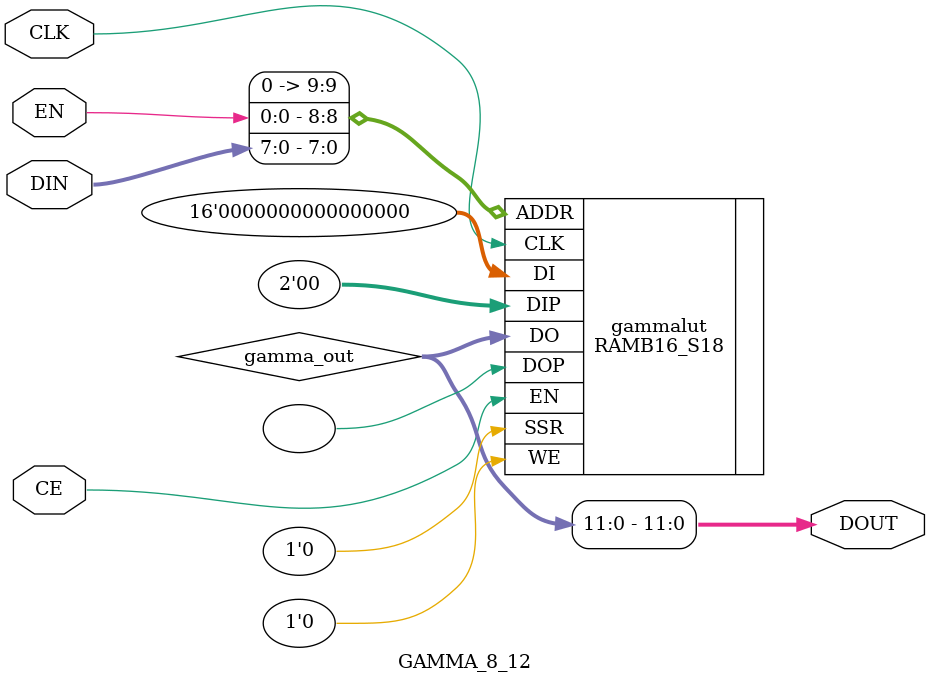
<source format=v>
`timescale 	100ps / 100ps
module GAMMA_8_12 (
input	wire			CLK,  // Master Clock
input	wire			CE,   // clock enable
input	wire			EN,   // if no enable, a gamma of 1.0 is applied.
input	wire	[7:0]	DIN,
output	wire	[11:0]	DOUT
);

wire	[15:0]	gamma_out;
assign DOUT = gamma_out[11:0];
RAMB16_S18 #(
	// Address 0 to 255 are gamma 1.0 for no EN
	.INIT_00(256'h00f0_00e0_00d0_00c0_00b0_00a0_0090_0080_0070_0060_0050_0040_0030_0020_0010_0000),
	.INIT_01(256'h01f1_01e1_01d1_01c1_01b1_01a1_0191_0181_0171_0161_0151_0141_0131_0121_0111_0101),
	.INIT_02(256'h02f2_02e2_02d2_02c2_02b2_02a2_0292_0282_0272_0262_0252_0242_0232_0222_0212_0202),
	.INIT_03(256'h03f3_03e3_03d3_03c3_03b3_03a3_0393_0383_0373_0363_0353_0343_0333_0323_0313_0303),
	.INIT_04(256'h04f4_04e4_04d4_04c4_04b4_04a4_0494_0484_0474_0464_0454_0444_0434_0424_0414_0404),
	.INIT_05(256'h05f5_05e5_05d5_05c5_05b5_05a5_0595_0585_0575_0565_0555_0545_0535_0525_0515_0505),
	.INIT_06(256'h06f6_06e6_06d6_06c6_06b6_06a6_0696_0686_0676_0666_0656_0646_0636_0626_0616_0606),
	.INIT_07(256'h07f7_07e7_07d7_07c7_07b7_07a7_0797_0787_0777_0767_0757_0747_0737_0727_0717_0707),
	.INIT_08(256'h08f8_08e8_08d8_08c8_08b8_08a8_0898_0888_0878_0868_0858_0848_0838_0828_0818_0808),
	.INIT_09(256'h09f9_09e9_09d9_09c9_09b9_09a9_0999_0989_0979_0969_0959_0949_0939_0929_0919_0909),
	.INIT_0A(256'h0afa_0aea_0ada_0aca_0aba_0aaa_0a9a_0a8a_0a7a_0a6a_0a5a_0a4a_0a3a_0a2a_0a1a_0a0a),
	.INIT_0B(256'h0bfb_0beb_0bdb_0bcb_0bbb_0bab_0b9b_0b8b_0b7b_0b6b_0b5b_0b4b_0b3b_0b2b_0b1b_0b0b),
	.INIT_0C(256'h0cfc_0cec_0cdc_0ccc_0cbc_0cac_0c9c_0c8c_0c7c_0c6c_0c5c_0c4c_0c3c_0c2c_0c1c_0c0c),
	.INIT_0D(256'h0dfd_0ded_0ddd_0dcd_0dbd_0dad_0d9d_0d8d_0d7d_0d6d_0d5d_0d4d_0d3d_0d2d_0d1d_0d0d),
	.INIT_0E(256'h0efe_0eee_0ede_0ece_0ebe_0eae_0e9e_0e8e_0e7e_0e6e_0e5e_0e4e_0e3e_0e2e_0e1e_0e0e),
	.INIT_0F(256'h0fff_0fef_0fdf_0fcf_0fbf_0faf_0f9f_0f8f_0f7f_0f6f_0f5f_0f4f_0f3f_0f2f_0f1f_0f0f),
	// Address 256 to 511 are gamma 2.2
	.INIT_10(256'h0008_0007_0006_0005_0004_0003_0003_0002_0002_0001_0001_0000_0000_0000_0000_0000), 
	.INIT_11(256'h0028_0025_0022_0020_001D_001B_0019_0017_0015_0013_0011_000F_000E_000C_000B_0009), 
	.INIT_12(256'h0063_005F_005A_0056_0052_004D_0049_0046_0042_003E_003B_0037_0034_0031_002E_002B), 
	.INIT_13(256'h00BD_00B6_00B0_00AA_00A4_009E_0098_0092_008C_0087_0081_007C_0077_0072_006D_0068), 
	.INIT_14(256'h0137_012E_0126_011E_0115_010D_0105_00FE_00F6_00EE_00E7_00E0_00D8_00D1_00CA_00C4), 
	.INIT_15(256'h01D3_01C8_01BD_01B3_01A8_019E_0194_018A_0180_0177_016D_0164_015B_0151_0148_0140), 
	.INIT_16(256'h0291_0284_0277_026B_025E_0252_0245_0239_022D_0221_0216_020A_01FF_01F4_01E8_01DD), 
	.INIT_17(256'h0374_0364_0355_0346_0337_0329_031A_030C_02FE_02F0_02E2_02D4_02C6_02B9_02AB_029E), 
	.INIT_18(256'h047B_046A_0458_0447_0436_0425_0414_0403_03F3_03E2_03D2_03C2_03B2_03A2_0392_0383), 
	.INIT_19(256'h05A9_0595_0581_056D_055A_0546_0533_0520_050D_04FA_04E8_04D5_04C3_04B1_049F_048D), 
	.INIT_1A(256'h06FD_06E6_06D0_06BA_06A4_068E_0679_0663_064E_0639_0624_060F_05FA_05E5_05D1_05BD), 
	.INIT_1B(256'h0878_085F_0847_082E_0816_07FD_07E5_07CD_07B6_079E_0786_076F_0758_0741_072A_0713), 
	.INIT_1C(256'h0A1C_0A01_09E6_09CA_09AF_0995_097A_0960_0945_092B_0911_08F7_08DE_08C4_08AB_0891), 
	.INIT_1D(256'h0BE9_0BCB_0BAD_0B8F_0B72_0B54_0B37_0B1A_0AFD_0AE1_0AC4_0AA8_0A8C_0A6F_0A54_0A38), 
	.INIT_1E(256'h0DDF_0DBE_0D9E_0D7E_0D5D_0D3E_0D1E_0CFE_0CDF_0CBF_0CA0_0C81_0C62_0C44_0C25_0C07), 
	.INIT_1F(256'h0FFF_0FDC_0FB9_0F96_0F73_0F50_0F2E_0F0C_0EEA_0EC8_0EA6_0E84_0E63_0E42_0E21_0E00)
	) gammalut (
	.CLK(CLK),    // Clock
	.ADDR({1'b0, EN, DIN[7:0]}),  // 10-bit Address Input
	.DO(gamma_out), .DOP(), 
	.DI(16'h0000), .DIP(2'b00), .WE(1'b0), 
	.EN(CE), .SSR(1'b0)
	);

endmodule

</source>
